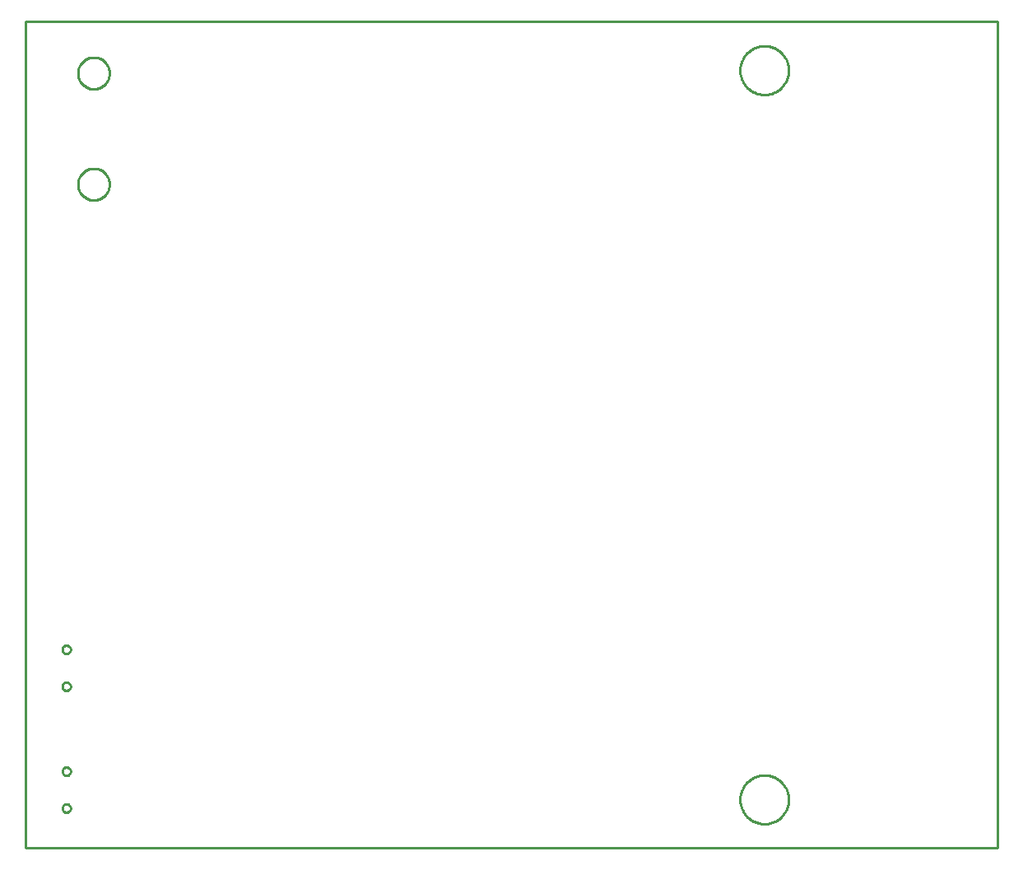
<source format=gbr>
G04 EAGLE Gerber RS-274X export*
G75*
%MOMM*%
%FSLAX34Y34*%
%LPD*%
%IN*%
%IPPOS*%
%AMOC8*
5,1,8,0,0,1.08239X$1,22.5*%
G01*
%ADD10C,0.254000*%


D10*
X0Y0D02*
X1000000Y0D01*
X1000000Y850000D01*
X0Y850000D01*
X0Y0D01*
X785000Y49299D02*
X784921Y47898D01*
X784764Y46504D01*
X784529Y45121D01*
X784217Y43753D01*
X783829Y42405D01*
X783365Y41081D01*
X782829Y39785D01*
X782220Y38521D01*
X781541Y37293D01*
X780795Y36105D01*
X779983Y34961D01*
X779108Y33864D01*
X778174Y32818D01*
X777182Y31826D01*
X776136Y30892D01*
X775039Y30017D01*
X773895Y29205D01*
X772707Y28459D01*
X771479Y27780D01*
X770215Y27171D01*
X768919Y26635D01*
X767595Y26171D01*
X766247Y25783D01*
X764879Y25471D01*
X763496Y25236D01*
X762102Y25079D01*
X760701Y25000D01*
X759299Y25000D01*
X757898Y25079D01*
X756504Y25236D01*
X755121Y25471D01*
X753753Y25783D01*
X752405Y26171D01*
X751081Y26635D01*
X749785Y27171D01*
X748521Y27780D01*
X747293Y28459D01*
X746105Y29205D01*
X744961Y30017D01*
X743864Y30892D01*
X742818Y31826D01*
X741826Y32818D01*
X740892Y33864D01*
X740017Y34961D01*
X739205Y36105D01*
X738459Y37293D01*
X737780Y38521D01*
X737171Y39785D01*
X736635Y41081D01*
X736171Y42405D01*
X735783Y43753D01*
X735471Y45121D01*
X735236Y46504D01*
X735079Y47898D01*
X735000Y49299D01*
X735000Y50701D01*
X735079Y52102D01*
X735236Y53496D01*
X735471Y54879D01*
X735783Y56247D01*
X736171Y57595D01*
X736635Y58919D01*
X737171Y60215D01*
X737780Y61479D01*
X738459Y62707D01*
X739205Y63895D01*
X740017Y65039D01*
X740892Y66136D01*
X741826Y67182D01*
X742818Y68174D01*
X743864Y69108D01*
X744961Y69983D01*
X746105Y70795D01*
X747293Y71541D01*
X748521Y72220D01*
X749785Y72829D01*
X751081Y73365D01*
X752405Y73829D01*
X753753Y74217D01*
X755121Y74529D01*
X756504Y74764D01*
X757898Y74921D01*
X759299Y75000D01*
X760701Y75000D01*
X762102Y74921D01*
X763496Y74764D01*
X764879Y74529D01*
X766247Y74217D01*
X767595Y73829D01*
X768919Y73365D01*
X770215Y72829D01*
X771479Y72220D01*
X772707Y71541D01*
X773895Y70795D01*
X775039Y69983D01*
X776136Y69108D01*
X777182Y68174D01*
X778174Y67182D01*
X779108Y66136D01*
X779983Y65039D01*
X780795Y63895D01*
X781541Y62707D01*
X782220Y61479D01*
X782829Y60215D01*
X783365Y58919D01*
X783829Y57595D01*
X784217Y56247D01*
X784529Y54879D01*
X784764Y53496D01*
X784921Y52102D01*
X785000Y50701D01*
X785000Y49299D01*
X785000Y799299D02*
X784921Y797898D01*
X784764Y796504D01*
X784529Y795121D01*
X784217Y793753D01*
X783829Y792405D01*
X783365Y791081D01*
X782829Y789785D01*
X782220Y788521D01*
X781541Y787293D01*
X780795Y786105D01*
X779983Y784961D01*
X779108Y783864D01*
X778174Y782818D01*
X777182Y781826D01*
X776136Y780892D01*
X775039Y780017D01*
X773895Y779205D01*
X772707Y778459D01*
X771479Y777780D01*
X770215Y777171D01*
X768919Y776635D01*
X767595Y776171D01*
X766247Y775783D01*
X764879Y775471D01*
X763496Y775236D01*
X762102Y775079D01*
X760701Y775000D01*
X759299Y775000D01*
X757898Y775079D01*
X756504Y775236D01*
X755121Y775471D01*
X753753Y775783D01*
X752405Y776171D01*
X751081Y776635D01*
X749785Y777171D01*
X748521Y777780D01*
X747293Y778459D01*
X746105Y779205D01*
X744961Y780017D01*
X743864Y780892D01*
X742818Y781826D01*
X741826Y782818D01*
X740892Y783864D01*
X740017Y784961D01*
X739205Y786105D01*
X738459Y787293D01*
X737780Y788521D01*
X737171Y789785D01*
X736635Y791081D01*
X736171Y792405D01*
X735783Y793753D01*
X735471Y795121D01*
X735236Y796504D01*
X735079Y797898D01*
X735000Y799299D01*
X735000Y800701D01*
X735079Y802102D01*
X735236Y803496D01*
X735471Y804879D01*
X735783Y806247D01*
X736171Y807595D01*
X736635Y808919D01*
X737171Y810215D01*
X737780Y811479D01*
X738459Y812707D01*
X739205Y813895D01*
X740017Y815039D01*
X740892Y816136D01*
X741826Y817182D01*
X742818Y818174D01*
X743864Y819108D01*
X744961Y819983D01*
X746105Y820795D01*
X747293Y821541D01*
X748521Y822220D01*
X749785Y822829D01*
X751081Y823365D01*
X752405Y823829D01*
X753753Y824217D01*
X755121Y824529D01*
X756504Y824764D01*
X757898Y824921D01*
X759299Y825000D01*
X760701Y825000D01*
X762102Y824921D01*
X763496Y824764D01*
X764879Y824529D01*
X766247Y824217D01*
X767595Y823829D01*
X768919Y823365D01*
X770215Y822829D01*
X771479Y822220D01*
X772707Y821541D01*
X773895Y820795D01*
X775039Y819983D01*
X776136Y819108D01*
X777182Y818174D01*
X778174Y817182D01*
X779108Y816136D01*
X779983Y815039D01*
X780795Y813895D01*
X781541Y812707D01*
X782220Y811479D01*
X782829Y810215D01*
X783365Y808919D01*
X783829Y807595D01*
X784217Y806247D01*
X784529Y804879D01*
X784764Y803496D01*
X784921Y802102D01*
X785000Y800701D01*
X785000Y799299D01*
X46150Y204021D02*
X46077Y203469D01*
X45933Y202931D01*
X45720Y202416D01*
X45441Y201934D01*
X45102Y201492D01*
X44708Y201098D01*
X44266Y200759D01*
X43784Y200480D01*
X43269Y200267D01*
X42731Y200123D01*
X42179Y200050D01*
X41621Y200050D01*
X41069Y200123D01*
X40531Y200267D01*
X40016Y200480D01*
X39534Y200759D01*
X39092Y201098D01*
X38698Y201492D01*
X38359Y201934D01*
X38080Y202416D01*
X37867Y202931D01*
X37723Y203469D01*
X37650Y204021D01*
X37650Y204579D01*
X37723Y205131D01*
X37867Y205669D01*
X38080Y206184D01*
X38359Y206666D01*
X38698Y207108D01*
X39092Y207502D01*
X39534Y207841D01*
X40016Y208120D01*
X40531Y208333D01*
X41069Y208477D01*
X41621Y208550D01*
X42179Y208550D01*
X42731Y208477D01*
X43269Y208333D01*
X43784Y208120D01*
X44266Y207841D01*
X44708Y207502D01*
X45102Y207108D01*
X45441Y206666D01*
X45720Y206184D01*
X45933Y205669D01*
X46077Y205131D01*
X46150Y204579D01*
X46150Y204021D01*
X46150Y166021D02*
X46077Y165469D01*
X45933Y164931D01*
X45720Y164416D01*
X45441Y163934D01*
X45102Y163492D01*
X44708Y163098D01*
X44266Y162759D01*
X43784Y162480D01*
X43269Y162267D01*
X42731Y162123D01*
X42179Y162050D01*
X41621Y162050D01*
X41069Y162123D01*
X40531Y162267D01*
X40016Y162480D01*
X39534Y162759D01*
X39092Y163098D01*
X38698Y163492D01*
X38359Y163934D01*
X38080Y164416D01*
X37867Y164931D01*
X37723Y165469D01*
X37650Y166021D01*
X37650Y166579D01*
X37723Y167131D01*
X37867Y167669D01*
X38080Y168184D01*
X38359Y168666D01*
X38698Y169108D01*
X39092Y169502D01*
X39534Y169841D01*
X40016Y170120D01*
X40531Y170333D01*
X41069Y170477D01*
X41621Y170550D01*
X42179Y170550D01*
X42731Y170477D01*
X43269Y170333D01*
X43784Y170120D01*
X44266Y169841D01*
X44708Y169502D01*
X45102Y169108D01*
X45441Y168666D01*
X45720Y168184D01*
X45933Y167669D01*
X46077Y167131D01*
X46150Y166579D01*
X46150Y166021D01*
X69468Y780900D02*
X68406Y780970D01*
X67352Y781108D01*
X66308Y781316D01*
X65280Y781591D01*
X64273Y781933D01*
X63290Y782341D01*
X62336Y782811D01*
X61414Y783343D01*
X60530Y783934D01*
X59686Y784582D01*
X58886Y785283D01*
X58133Y786036D01*
X57432Y786836D01*
X56784Y787680D01*
X56193Y788564D01*
X55661Y789486D01*
X55191Y790440D01*
X54783Y791423D01*
X54441Y792430D01*
X54166Y793458D01*
X53958Y794502D01*
X53820Y795556D01*
X53750Y796618D01*
X53750Y797682D01*
X53820Y798744D01*
X53958Y799798D01*
X54166Y800842D01*
X54441Y801870D01*
X54783Y802877D01*
X55191Y803860D01*
X55661Y804814D01*
X56193Y805736D01*
X56784Y806620D01*
X57432Y807464D01*
X58133Y808264D01*
X58886Y809017D01*
X59686Y809718D01*
X60530Y810366D01*
X61414Y810957D01*
X62336Y811489D01*
X63290Y811959D01*
X64273Y812367D01*
X65280Y812709D01*
X66308Y812984D01*
X67352Y813192D01*
X68406Y813330D01*
X69468Y813400D01*
X70532Y813400D01*
X71594Y813330D01*
X72648Y813192D01*
X73692Y812984D01*
X74720Y812709D01*
X75727Y812367D01*
X76710Y811959D01*
X77664Y811489D01*
X78586Y810957D01*
X79470Y810366D01*
X80314Y809718D01*
X81114Y809017D01*
X81867Y808264D01*
X82568Y807464D01*
X83216Y806620D01*
X83807Y805736D01*
X84339Y804814D01*
X84809Y803860D01*
X85217Y802877D01*
X85559Y801870D01*
X85834Y800842D01*
X86042Y799798D01*
X86180Y798744D01*
X86250Y797682D01*
X86250Y796618D01*
X86180Y795556D01*
X86042Y794502D01*
X85834Y793458D01*
X85559Y792430D01*
X85217Y791423D01*
X84809Y790440D01*
X84339Y789486D01*
X83807Y788564D01*
X83216Y787680D01*
X82568Y786836D01*
X81867Y786036D01*
X81114Y785283D01*
X80314Y784582D01*
X79470Y783934D01*
X78586Y783343D01*
X77664Y782811D01*
X76710Y782341D01*
X75727Y781933D01*
X74720Y781591D01*
X73692Y781316D01*
X72648Y781108D01*
X71594Y780970D01*
X70532Y780900D01*
X69468Y780900D01*
X69468Y666600D02*
X68406Y666670D01*
X67352Y666808D01*
X66308Y667016D01*
X65280Y667291D01*
X64273Y667633D01*
X63290Y668041D01*
X62336Y668511D01*
X61414Y669043D01*
X60530Y669634D01*
X59686Y670282D01*
X58886Y670983D01*
X58133Y671736D01*
X57432Y672536D01*
X56784Y673380D01*
X56193Y674264D01*
X55661Y675186D01*
X55191Y676140D01*
X54783Y677123D01*
X54441Y678130D01*
X54166Y679158D01*
X53958Y680202D01*
X53820Y681256D01*
X53750Y682318D01*
X53750Y683382D01*
X53820Y684444D01*
X53958Y685498D01*
X54166Y686542D01*
X54441Y687570D01*
X54783Y688577D01*
X55191Y689560D01*
X55661Y690514D01*
X56193Y691436D01*
X56784Y692320D01*
X57432Y693164D01*
X58133Y693964D01*
X58886Y694717D01*
X59686Y695418D01*
X60530Y696066D01*
X61414Y696657D01*
X62336Y697189D01*
X63290Y697659D01*
X64273Y698067D01*
X65280Y698409D01*
X66308Y698684D01*
X67352Y698892D01*
X68406Y699030D01*
X69468Y699100D01*
X70532Y699100D01*
X71594Y699030D01*
X72648Y698892D01*
X73692Y698684D01*
X74720Y698409D01*
X75727Y698067D01*
X76710Y697659D01*
X77664Y697189D01*
X78586Y696657D01*
X79470Y696066D01*
X80314Y695418D01*
X81114Y694717D01*
X81867Y693964D01*
X82568Y693164D01*
X83216Y692320D01*
X83807Y691436D01*
X84339Y690514D01*
X84809Y689560D01*
X85217Y688577D01*
X85559Y687570D01*
X85834Y686542D01*
X86042Y685498D01*
X86180Y684444D01*
X86250Y683382D01*
X86250Y682318D01*
X86180Y681256D01*
X86042Y680202D01*
X85834Y679158D01*
X85559Y678130D01*
X85217Y677123D01*
X84809Y676140D01*
X84339Y675186D01*
X83807Y674264D01*
X83216Y673380D01*
X82568Y672536D01*
X81867Y671736D01*
X81114Y670983D01*
X80314Y670282D01*
X79470Y669634D01*
X78586Y669043D01*
X77664Y668511D01*
X76710Y668041D01*
X75727Y667633D01*
X74720Y667291D01*
X73692Y667016D01*
X72648Y666808D01*
X71594Y666670D01*
X70532Y666600D01*
X69468Y666600D01*
X46250Y78721D02*
X46177Y78169D01*
X46033Y77631D01*
X45820Y77116D01*
X45541Y76634D01*
X45202Y76192D01*
X44808Y75798D01*
X44366Y75459D01*
X43884Y75180D01*
X43369Y74967D01*
X42831Y74823D01*
X42279Y74750D01*
X41721Y74750D01*
X41169Y74823D01*
X40631Y74967D01*
X40116Y75180D01*
X39634Y75459D01*
X39192Y75798D01*
X38798Y76192D01*
X38459Y76634D01*
X38180Y77116D01*
X37967Y77631D01*
X37823Y78169D01*
X37750Y78721D01*
X37750Y79279D01*
X37823Y79831D01*
X37967Y80369D01*
X38180Y80884D01*
X38459Y81366D01*
X38798Y81808D01*
X39192Y82202D01*
X39634Y82541D01*
X40116Y82820D01*
X40631Y83033D01*
X41169Y83177D01*
X41721Y83250D01*
X42279Y83250D01*
X42831Y83177D01*
X43369Y83033D01*
X43884Y82820D01*
X44366Y82541D01*
X44808Y82202D01*
X45202Y81808D01*
X45541Y81366D01*
X45820Y80884D01*
X46033Y80369D01*
X46177Y79831D01*
X46250Y79279D01*
X46250Y78721D01*
X46250Y40721D02*
X46177Y40169D01*
X46033Y39631D01*
X45820Y39116D01*
X45541Y38634D01*
X45202Y38192D01*
X44808Y37798D01*
X44366Y37459D01*
X43884Y37180D01*
X43369Y36967D01*
X42831Y36823D01*
X42279Y36750D01*
X41721Y36750D01*
X41169Y36823D01*
X40631Y36967D01*
X40116Y37180D01*
X39634Y37459D01*
X39192Y37798D01*
X38798Y38192D01*
X38459Y38634D01*
X38180Y39116D01*
X37967Y39631D01*
X37823Y40169D01*
X37750Y40721D01*
X37750Y41279D01*
X37823Y41831D01*
X37967Y42369D01*
X38180Y42884D01*
X38459Y43366D01*
X38798Y43808D01*
X39192Y44202D01*
X39634Y44541D01*
X40116Y44820D01*
X40631Y45033D01*
X41169Y45177D01*
X41721Y45250D01*
X42279Y45250D01*
X42831Y45177D01*
X43369Y45033D01*
X43884Y44820D01*
X44366Y44541D01*
X44808Y44202D01*
X45202Y43808D01*
X45541Y43366D01*
X45820Y42884D01*
X46033Y42369D01*
X46177Y41831D01*
X46250Y41279D01*
X46250Y40721D01*
M02*

</source>
